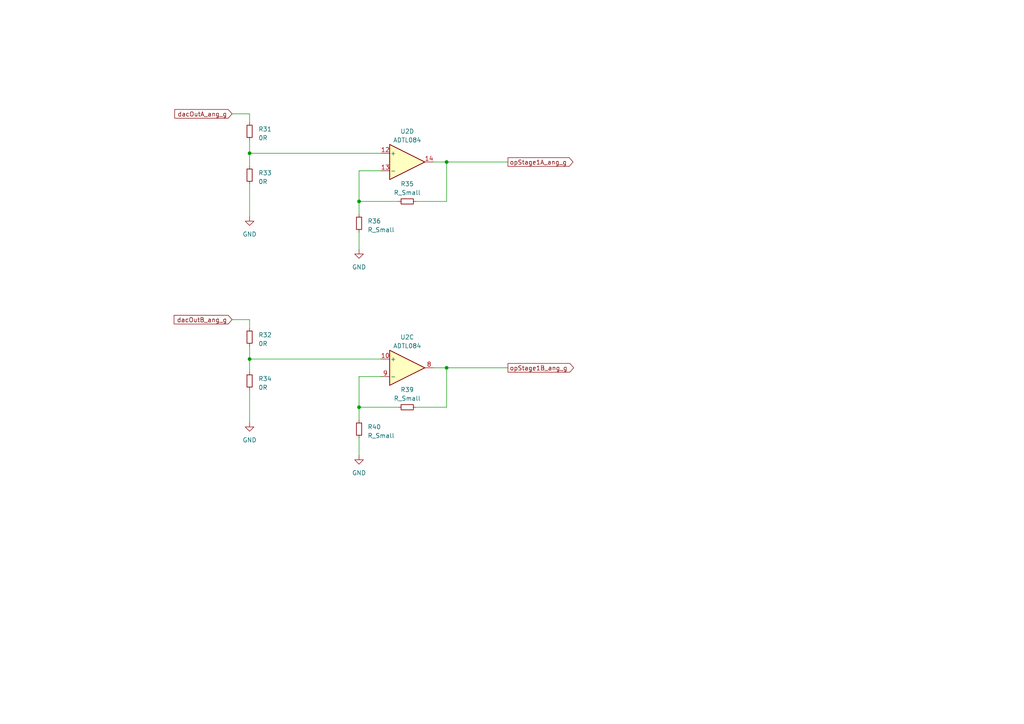
<source format=kicad_sch>
(kicad_sch (version 20230121) (generator eeschema)
  (paper "A4")
  (lib_symbols
    (symbol "Device:R_Small" (pin_numbers hide) (pin_names (offset 0.254) hide)
      (property "Reference" "R" (at 0.762 0.508 0))
      (property "Value" "R_Small" (at 0.762 -1.016 0))
      (symbol "R_Small_0_1"
        (rectangle (start -0.762 1.778) (end 0.762 -1.778) (stroke (width 0.2032)))
      )
      (symbol "R_Small_1_1"
        (pin passive line (at 0 2.54 270) (length 0.762) (name "~") (number "1"))
        (pin passive line (at 0 -2.54 90) (length 0.762) (name "~") (number "2"))
      )
    )
    (symbol "User_Opamp:ADTL084" (pin_names (offset 0.127))
      (property "Reference" "U" (at 2.54 6.35 0))
      (property "Value" "ADTL084" (at 2.54 3.81 0))
      (symbol "ADTL084_1_1"
        (polyline (pts (xy 5.08 0) (xy -5.08 5.08) (xy -5.08 -5.08) (xy 5.08 0)) (stroke (width 0.254)) (fill (type background)))
        (pin output line (at 7.62 0 180) (length 2.54) (name "~") (number "1"))
        (pin no_connect line (at 0 2.54 270) (length 2.54) hide (name "NIC") (number "13"))
        (pin no_connect line (at 0 -2.54 90) (length 2.54) hide (name "NIC") (number "16"))
        (pin input line (at -7.62 -2.54 0) (length 2.54) (name "-") (number "2"))
        (pin input line (at -7.62 2.54 0) (length 2.54) (name "+") (number "3"))
      )
      (symbol "ADTL084_2_1"
        (polyline (pts (xy -5.08 5.08) (xy -5.08 -5.08) (xy 5.08 0) (xy -5.08 5.08)) (stroke (width 0.254)) (fill (type background)))
        (pin input line (at -7.62 2.54 0) (length 2.54) (name "+") (number "5"))
        (pin input line (at -7.62 -2.54 0) (length 2.54) (name "-") (number "6"))
        (pin output line (at 7.62 0 180) (length 2.54) (name "~") (number "7"))
      )
      (symbol "ADTL084_3_1"
        (polyline (pts (xy 5.08 0) (xy -5.08 5.08) (xy -5.08 -5.08) (xy 5.08 0)) (stroke (width 0.254)) (fill (type background)))
        (pin input line (at -7.62 2.54 0) (length 2.54) (name "+") (number "10"))
        (pin output line (at 7.62 0 180) (length 2.54) (name "~") (number "8"))
        (pin input line (at -7.62 -2.54 0) (length 2.54) (name "-") (number "9"))
      )
      (symbol "ADTL084_4_1"
        (polyline (pts (xy -5.08 5.08) (xy 5.08 0) (xy -5.08 -5.08) (xy -5.08 5.08)) (stroke (width 0.254)) (fill (type background)))
        (pin input line (at -7.62 2.54 0) (length 2.54) (name "+") (number "12"))
        (pin input line (at -7.62 -2.54 0) (length 2.54) (name "-") (number "13"))
        (pin output line (at 7.62 0 180) (length 2.54) (name "~") (number "14"))
      )
      (symbol "ADTL084_5_1"
        (pin power_in line (at 0 -7.62 90) (length 3.81) (name "V-") (number "11"))
        (pin passive line (at 0 -7.62 90) (length 3.81) hide (name "V-") (number "17"))
        (pin power_in line (at 0 7.62 270) (length 3.81) (name "V+") (number "4"))
      )
    )
    (symbol "power:GND" (power) (pin_names (offset 0))
      (property "Value" "GND" (at 0 -3.81 0))
      (symbol "GND_0_1"
        (polyline (pts (xy 0 0) (xy 0 -1.27) (xy 1.27 -1.27) (xy 0 -2.54) (xy -1.27 -1.27) (xy 0 -1.27)))
      )
      (symbol "GND_1_1"
        (pin power_in line (at 0 0 270) (length 0) hide (name "GND") (number "1"))
      )
    )
  )
  (junction (at 129.54 46.99))
  (junction (at 72.39 44.45))
  (junction (at 104.14 118.11))
  (junction (at 129.54 106.68))
  (junction (at 72.39 104.14))
  (junction (at 104.14 58.42))
  (wire (pts (xy 72.39 104.14) (xy 72.39 107.95)))
  (wire (pts (xy 72.39 92.71) (xy 67.31 92.71)))
  (wire (pts (xy 129.54 46.99) (xy 147.32 46.99)))
  (wire (pts (xy 104.14 109.22) (xy 104.14 118.11)))
  (wire (pts (xy 104.14 58.42) (xy 104.14 62.23)))
  (wire (pts (xy 72.39 44.45) (xy 110.49 44.45)))
  (wire (pts (xy 110.49 109.22) (xy 104.14 109.22)))
  (wire (pts (xy 110.49 49.53) (xy 104.14 49.53)))
  (wire (pts (xy 72.39 40.64) (xy 72.39 44.45)))
  (wire (pts (xy 129.54 106.68) (xy 147.32 106.68)))
  (wire (pts (xy 72.39 53.34) (xy 72.39 62.865)))
  (wire (pts (xy 72.39 113.03) (xy 72.39 122.555)))
  (wire (pts (xy 129.54 58.42) (xy 129.54 46.99)))
  (wire (pts (xy 120.65 58.42) (xy 129.54 58.42)))
  (wire (pts (xy 72.39 104.14) (xy 110.49 104.14)))
  (wire (pts (xy 104.14 58.42) (xy 115.57 58.42)))
  (wire (pts (xy 104.14 118.11) (xy 104.14 121.92)))
  (wire (pts (xy 72.39 100.33) (xy 72.39 104.14)))
  (wire (pts (xy 125.73 106.68) (xy 129.54 106.68)))
  (wire (pts (xy 129.54 118.11) (xy 129.54 106.68)))
  (wire (pts (xy 104.14 118.11) (xy 115.57 118.11)))
  (wire (pts (xy 72.39 44.45) (xy 72.39 48.26)))
  (wire (pts (xy 125.73 46.99) (xy 129.54 46.99)))
  (wire (pts (xy 72.39 92.71) (xy 72.39 95.25)))
  (wire (pts (xy 72.39 33.02) (xy 72.39 35.56)))
  (wire (pts (xy 104.14 67.31) (xy 104.14 72.39)))
  (wire (pts (xy 104.14 49.53) (xy 104.14 58.42)))
  (wire (pts (xy 104.14 127) (xy 104.14 132.08)))
  (wire (pts (xy 72.39 33.02) (xy 67.31 33.02)))
  (wire (pts (xy 120.65 118.11) (xy 129.54 118.11)))
  (global_label "dacOutB_ang_g" (shape input) (at 67.31 92.71 180) (property "Intersheetrefs" "${INTERSHEET_REFS}" (effects hide)))
  (global_label "opStage1A_ang_g" (shape output) (at 147.32 46.99 0) (property "Intersheetrefs" "${INTERSHEET_REFS}" (effects hide)))
  (global_label "dacOutA_ang_g" (shape input) (at 67.31 33.02 180) (property "Intersheetrefs" "${INTERSHEET_REFS}" (effects hide)))
  (global_label "opStage1B_ang_g" (shape output) (at 147.32 106.68 0) (property "Intersheetrefs" "${INTERSHEET_REFS}" (effects hide)))
  (symbol (lib_id "power:GND") (at 72.39 122.555 0) (unit 1)
    (property "Reference" "#PWR034" (effects hide))
    (property "Value" "GND" (at 72.39 127.635 0))
  )
  (symbol (lib_id "Device:R_Small") (at 72.39 50.8 0) (unit 1)
    (property "Reference" "R33" (at 74.93 50.165 0) (effects (justify left)))
    (property "Value" "0R" (at 74.93 52.705 0) (effects (justify left)))
    (property "Footprint" "Resistor_SMD:R_0805_2012Metric_Pad1.20x1.40mm_HandSolder" (effects hide))
  )
  (symbol (lib_id "Device:R_Small") (at 72.39 38.1 0) (unit 1)
    (property "Reference" "R31" (at 74.93 37.465 0) (effects (justify left)))
    (property "Value" "0R" (at 74.93 40.005 0) (effects (justify left)))
    (property "Footprint" "Resistor_SMD:R_0805_2012Metric_Pad1.20x1.40mm_HandSolder" (effects hide))
  )
  (symbol (lib_id "Device:R_Small") (at 72.39 97.79 0) (unit 1)
    (property "Reference" "R32" (at 74.93 97.155 0) (effects (justify left)))
    (property "Value" "0R" (at 74.93 99.695 0) (effects (justify left)))
    (property "Footprint" "Resistor_SMD:R_0805_2012Metric_Pad1.20x1.40mm_HandSolder" (effects hide))
  )
  (symbol (lib_id "User_Opamp:ADTL084") (at 118.11 46.99 0) (unit 4)
    (property "Reference" "U2" (at 118.11 38.1 0))
    (property "Value" "ADTL084" (at 118.11 40.64 0))
    (property "Footprint" "Package_SO:SOIC-14_3.9x8.7mm_P1.27mm" (effects hide))
    (property "Datasheet" "https://www.mouser.com/datasheet/2/609/ADTL082_084-3122423.pdf" (effects hide))
  )
  (symbol (lib_id "power:GND") (at 104.14 72.39 0) (unit 1)
    (property "Reference" "#PWR017" (effects hide))
    (property "Value" "GND" (at 104.14 77.47 0))
  )
  (symbol (lib_id "Device:R_Small") (at 118.11 118.11 270) (unit 1)
    (property "Reference" "R39" (at 118.11 113.03 90))
    (property "Value" "R_Small" (at 118.11 115.57 90))
    (property "Footprint" "Resistor_SMD:R_0805_2012Metric_Pad1.20x1.40mm_HandSolder" (effects hide))
  )
  (symbol (lib_id "Device:R_Small") (at 104.14 64.77 0) (unit 1)
    (property "Reference" "R36" (at 106.605 64.135 0) (effects (justify left)))
    (property "Value" "R_Small" (at 106.605 66.675 0) (effects (justify left)))
    (property "Footprint" "Resistor_SMD:R_0805_2012Metric_Pad1.20x1.40mm_HandSolder" (effects hide))
  )
  (symbol (lib_id "User_Opamp:ADTL084") (at 118.11 106.68 0) (unit 3)
    (property "Reference" "U2" (at 118.11 97.79 0))
    (property "Value" "ADTL084" (at 118.11 100.33 0))
    (property "Footprint" "Package_SO:SOIC-14_3.9x8.7mm_P1.27mm" (effects hide))
    (property "Datasheet" "https://www.mouser.com/datasheet/2/609/ADTL082_084-3122423.pdf" (effects hide))
    (instances (project "current_sink_dev" (path "" (reference "U2") (unit 3)) (path "" (reference "U2") (unit 3)) (path "" (reference "U4") (unit 4))))
  )
  (symbol (lib_id "power:GND") (at 72.39 62.865 0) (unit 1)
    (property "Reference" "#PWR016" (effects hide))
    (property "Value" "GND" (at 72.39 67.945 0))
  )
  (symbol (lib_id "Device:R_Small") (at 104.14 124.46 0) (unit 1)
    (property "Reference" "R40" (at 106.605 123.825 0) (effects (justify left)))
    (property "Value" "R_Small" (at 106.605 126.365 0) (effects (justify left)))
    (property "Footprint" "Resistor_SMD:R_0805_2012Metric_Pad1.20x1.40mm_HandSolder" (effects hide))
  )
  (symbol (lib_id "Device:R_Small") (at 118.11 58.42 270) (unit 1)
    (property "Reference" "R35" (at 118.11 53.34 90))
    (property "Value" "R_Small" (at 118.11 55.88 90))
    (property "Footprint" "Resistor_SMD:R_0805_2012Metric_Pad1.20x1.40mm_HandSolder" (effects hide))
  )
  (symbol (lib_id "Device:R_Small") (at 72.39 110.49 0) (unit 1)
    (property "Reference" "R34" (at 74.93 109.855 0) (effects (justify left)))
    (property "Value" "0R" (at 74.93 112.395 0) (effects (justify left)))
    (property "Footprint" "Resistor_SMD:R_0805_2012Metric_Pad1.20x1.40mm_HandSolder" (effects hide))
  )
  (symbol (lib_id "power:GND") (at 104.14 132.08 0) (unit 1)
    (property "Reference" "#PWR018" (effects hide))
    (property "Value" "GND" (at 104.14 137.16 0))
  )
)
</source>
